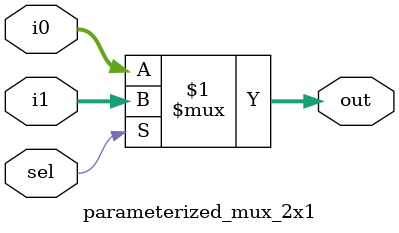
<source format=v>
module parameterized_mux_2x1(i0, i1, sel, out);
	parameter WIDTH = 2;
	input [WIDTH-1:0] i0, i1;
	input sel;
	output [WIDTH-1:0] out;

	assign out = (sel)? i1:i0;
endmodule
</source>
